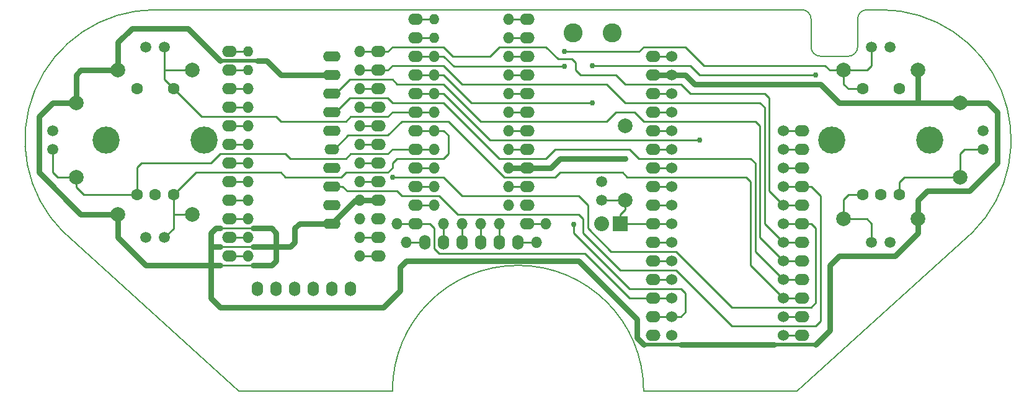
<source format=gtl>
G04 #@! TF.FileFunction,Copper,L1,Top,Signal*
%FSLAX46Y46*%
G04 Gerber Fmt 4.6, Leading zero omitted, Abs format (unit mm)*
G04 Created by KiCad (PCBNEW 4.0.1-3.201512221401+6198~38~ubuntu15.10.1-stable) date Mon Feb 15 20:14:59 2016*
%MOMM*%
G01*
G04 APERTURE LIST*
%ADD10C,0.101600*%
%ADD11C,0.152400*%
%ADD12O,2.032000X1.524000*%
%ADD13O,1.524000X2.032000*%
%ADD14O,1.524000X1.524000*%
%ADD15O,1.397000X1.397000*%
%ADD16C,1.501140*%
%ADD17C,1.998980*%
%ADD18R,2.032000X2.032000*%
%ADD19O,2.032000X2.032000*%
%ADD20O,2.413000X1.397000*%
%ADD21O,2.032000X1.397000*%
%ADD22C,1.524000*%
%ADD23C,1.600000*%
%ADD24C,3.700000*%
%ADD25C,2.600000*%
%ADD26C,0.762000*%
%ADD27C,0.254000*%
%ADD28C,0.762000*%
%ADD29C,0.508000*%
G04 APERTURE END LIST*
D10*
D11*
X139700000Y-22860000D02*
X141605000Y-22860000D01*
X139700000Y-22860000D02*
G75*
G03X138430000Y-24130000I0J-1270000D01*
G01*
X132080000Y-24130000D02*
G75*
G03X130810000Y-22860000I-1270000J0D01*
G01*
X137160000Y-29210000D02*
G75*
G03X138430000Y-27940000I0J1270000D01*
G01*
X132080000Y-27940000D02*
G75*
G03X133350000Y-29210000I1270000J0D01*
G01*
X133350000Y-29210000D02*
X137160000Y-29210000D01*
X138430000Y-27940000D02*
X138430000Y-24130000D01*
X132080000Y-24130000D02*
X132080000Y-27940000D01*
X109220000Y-74930000D02*
X130175000Y-74930000D01*
X74930000Y-74930000D02*
X53975000Y-74930000D01*
X109220000Y-74930000D02*
G75*
G03X92075000Y-57785000I-17145000J0D01*
G01*
X92075000Y-57785000D02*
G75*
G03X74930000Y-74930000I0J-17145000D01*
G01*
X53975000Y-74930000D02*
X29972000Y-53213000D01*
X29972641Y-53212359D02*
G75*
G02X42545000Y-22860000I12572359J12572359D01*
G01*
X42545000Y-22860000D02*
X130810000Y-22860000D01*
X130175000Y-74930000D02*
X154178000Y-53213000D01*
X154177359Y-53212359D02*
G75*
G03X141605000Y-22860000I-12572359J12572359D01*
G01*
D12*
X93345000Y-24130000D03*
X93345000Y-26670000D03*
X93345000Y-29210000D03*
X93345000Y-31750000D03*
X93345000Y-34290000D03*
X93345000Y-36830000D03*
X93345000Y-39370000D03*
X93345000Y-41910000D03*
X93345000Y-44450000D03*
X93345000Y-46990000D03*
X93345000Y-49530000D03*
X93345000Y-52070000D03*
D13*
X92075000Y-54610000D03*
X89535000Y-54610000D03*
X86995000Y-54610000D03*
X84455000Y-54610000D03*
X81915000Y-54610000D03*
X79375000Y-54610000D03*
D12*
X78105000Y-52069999D03*
X78105000Y-49530000D03*
X78105000Y-46990000D03*
X78105000Y-44450000D03*
X78105000Y-41910000D03*
X78105000Y-39370000D03*
X78105000Y-36830000D03*
X78105000Y-34290000D03*
X78105000Y-31750000D03*
X78105000Y-29210000D03*
X78105000Y-26670000D03*
X78105000Y-24130000D03*
D14*
X90805000Y-24130000D03*
X90805000Y-26670000D03*
X90805000Y-29210000D03*
X90805000Y-31750000D03*
X90805000Y-34290000D03*
X90805000Y-36830000D03*
X90805000Y-39370000D03*
X90805000Y-41910000D03*
X90805000Y-44450000D03*
X90805000Y-46990000D03*
X90805000Y-49530000D03*
X95885000Y-52070000D03*
X94615000Y-54610000D03*
X89535000Y-52070000D03*
X86995000Y-52070000D03*
X84455000Y-52070000D03*
X81915000Y-52070000D03*
X76835000Y-54610000D03*
X75565000Y-52070000D03*
X80645000Y-49530000D03*
X80645000Y-46990000D03*
X80645000Y-44450000D03*
X80645000Y-41910000D03*
X80645000Y-39370000D03*
X80645000Y-36830000D03*
X80645000Y-34290000D03*
X80645000Y-31750000D03*
X80645000Y-29210000D03*
D15*
X80645000Y-26670000D03*
X80645000Y-24130000D03*
D16*
X140335000Y-54610000D03*
X142875000Y-54610000D03*
X155575000Y-41910000D03*
X155575000Y-39370000D03*
X140335000Y-27940000D03*
X142875000Y-27940000D03*
X103505000Y-48895000D03*
X103505000Y-46355000D03*
X28575000Y-41910000D03*
X28575000Y-39370000D03*
X43815000Y-53975000D03*
X41275000Y-53975000D03*
X43815000Y-27940000D03*
X41275000Y-27940000D03*
D17*
X146685000Y-51435000D03*
X136525000Y-51435000D03*
X152400000Y-35560000D03*
X152400000Y-45720000D03*
X146685000Y-31115000D03*
X136525000Y-31115000D03*
X106680000Y-38735000D03*
X106680000Y-48895000D03*
X31750000Y-35560000D03*
X31750000Y-45720000D03*
X37465000Y-50800000D03*
X47625000Y-50800000D03*
X37465000Y-31115000D03*
X47625000Y-31115000D03*
D18*
X106045000Y-52070000D03*
D19*
X103505000Y-52070000D03*
D12*
X73025000Y-28575000D03*
X73025000Y-31115000D03*
X73025000Y-33655000D03*
X73025000Y-36195000D03*
X73025000Y-38735000D03*
X73025000Y-41275000D03*
X73025000Y-43815000D03*
X73025000Y-46355000D03*
X73025000Y-48895000D03*
X73025000Y-51435000D03*
X73025000Y-53975000D03*
X73025000Y-56515000D03*
D13*
X69215000Y-60960000D03*
X66675000Y-60960000D03*
X64135000Y-60960000D03*
X61595000Y-60960000D03*
X59055000Y-60960000D03*
X56515000Y-60960000D03*
D12*
X52705000Y-56515000D03*
X52705000Y-53975000D03*
X52705000Y-51435000D03*
X52705000Y-48895000D03*
X52705000Y-46355000D03*
X52705000Y-43815000D03*
X52705000Y-41275000D03*
X52705000Y-38735000D03*
X52705000Y-36195000D03*
X52705000Y-33655000D03*
X52705000Y-31115000D03*
X52705000Y-28575000D03*
D14*
X70485000Y-28575000D03*
X70485000Y-31115000D03*
X70485000Y-33655000D03*
X70485000Y-36195000D03*
X70485000Y-38735000D03*
X70485000Y-41275000D03*
X70485000Y-43815000D03*
X70485000Y-46355000D03*
X70485000Y-48895000D03*
X70485000Y-51435000D03*
X70485000Y-53975000D03*
X70485000Y-56515000D03*
X55245000Y-56515000D03*
X55245000Y-53975000D03*
X55245000Y-51435000D03*
X55245000Y-48895000D03*
X55245000Y-46355000D03*
X55245000Y-43815000D03*
X55245000Y-41275000D03*
X55245000Y-38735000D03*
X55245000Y-36195000D03*
X55245000Y-33655000D03*
D15*
X55245000Y-31115000D03*
X55245000Y-28575000D03*
D20*
X66675000Y-29210000D03*
X66675000Y-31750000D03*
X66675000Y-34290000D03*
X66675000Y-36830000D03*
X66675000Y-39370000D03*
D21*
X66675000Y-41910000D03*
D20*
X66675000Y-44450000D03*
X66675000Y-46990000D03*
X66675000Y-49530000D03*
X66675000Y-52070000D03*
D12*
X130810000Y-67310000D03*
X130810000Y-64770000D03*
X130810000Y-62230000D03*
X130810000Y-59690000D03*
X130810000Y-57150000D03*
X130810000Y-54610000D03*
X130810000Y-52070000D03*
X130810000Y-49530000D03*
X130810000Y-46990000D03*
X130810000Y-44450000D03*
X130810000Y-41910000D03*
X130810000Y-39370000D03*
X110490000Y-29210000D03*
X110490000Y-31750000D03*
X110490000Y-34290000D03*
X110490000Y-36830000D03*
X110490000Y-39370000D03*
X110490000Y-41910000D03*
X110490000Y-44450000D03*
X110490000Y-46990000D03*
X110490000Y-49530000D03*
X110490000Y-52070000D03*
X110490000Y-54610000D03*
X110490000Y-57150000D03*
X110490000Y-59690000D03*
X110490000Y-62230000D03*
X110490000Y-64770000D03*
X110490000Y-67310000D03*
D22*
X128270000Y-67310000D03*
X128270000Y-64770000D03*
X128270000Y-62230000D03*
X128270000Y-59690000D03*
X128270000Y-57150000D03*
X128270000Y-54610000D03*
X128270000Y-52070000D03*
X128270000Y-49530000D03*
X128270000Y-46990000D03*
X128270000Y-44450000D03*
X128270000Y-41910000D03*
X128270000Y-39370000D03*
X113030000Y-29210000D03*
X113030000Y-31750000D03*
X113030000Y-34290000D03*
X113030000Y-36830000D03*
X113030000Y-39370000D03*
X113030000Y-41910000D03*
X113030000Y-44450000D03*
X113030000Y-46990000D03*
X113030000Y-49530000D03*
X113030000Y-52070000D03*
X113030000Y-54610000D03*
X113030000Y-57150000D03*
X113030000Y-59690000D03*
X113030000Y-62230000D03*
X113030000Y-64770000D03*
X113030000Y-67310000D03*
D23*
X42545000Y-48140000D03*
X40045000Y-48140000D03*
X45045000Y-48140000D03*
X40045000Y-33640000D03*
X45045000Y-33640000D03*
D24*
X49245000Y-40640000D03*
X35845000Y-40640000D03*
D23*
X141605000Y-48140000D03*
X139105000Y-48140000D03*
X144105000Y-48140000D03*
X139105000Y-33640000D03*
X144105000Y-33640000D03*
D24*
X148305000Y-40640000D03*
X134905000Y-40640000D03*
D25*
X99585000Y-26035000D03*
X104885000Y-26035000D03*
D26*
X74930000Y-45720000D03*
X99695000Y-52197000D03*
X98425000Y-28575006D03*
X98406801Y-30607021D03*
X102235000Y-30480000D03*
X102234996Y-35560000D03*
X132715000Y-31750000D03*
X116840006Y-40640000D03*
X106680000Y-43180000D03*
D27*
X128270000Y-49530000D02*
X126365000Y-47625000D01*
X99966780Y-31115000D02*
X99966780Y-30116780D01*
X106680000Y-33020000D02*
X105410000Y-31750000D01*
X125730000Y-34290000D02*
X115570000Y-34290000D01*
X105410000Y-31750000D02*
X100601780Y-31750000D01*
X126365000Y-47625000D02*
X126365000Y-34925000D01*
X74295000Y-28575000D02*
X73025000Y-28575000D01*
X88265000Y-29210000D02*
X83185000Y-29210000D01*
X89535000Y-27940000D02*
X88265000Y-29210000D01*
X100601780Y-31750000D02*
X99966780Y-31115000D01*
X126365000Y-34925000D02*
X125730000Y-34290000D01*
X114300000Y-33020000D02*
X106680000Y-33020000D01*
X115570000Y-34290000D02*
X114300000Y-33020000D01*
X99966780Y-30116780D02*
X99441000Y-29591000D01*
X99441000Y-29591000D02*
X97536000Y-29591000D01*
X83185000Y-29210000D02*
X81915000Y-27940000D01*
X95885000Y-27940000D02*
X89535000Y-27940000D01*
X97536000Y-29591000D02*
X95885000Y-27940000D01*
X81915000Y-27940000D02*
X74930000Y-27940000D01*
X74930000Y-27940000D02*
X74295000Y-28575000D01*
X73025000Y-28575000D02*
X70485000Y-28575000D01*
X130810000Y-49530000D02*
X128270000Y-49530000D01*
X73025000Y-31115000D02*
X74295000Y-31115000D01*
X74295000Y-31115000D02*
X74930000Y-30480000D01*
X74930000Y-30480000D02*
X81915000Y-30480000D01*
X81915000Y-30480000D02*
X84455000Y-33020000D01*
X84455000Y-33020000D02*
X104140000Y-33020000D01*
X104140000Y-33020000D02*
X106680000Y-35560000D01*
X106680000Y-35560000D02*
X125095000Y-35560000D01*
X125095000Y-35560000D02*
X125730000Y-36195000D01*
X125730000Y-36195000D02*
X125730000Y-52070000D01*
X125730000Y-52070000D02*
X127508001Y-53848001D01*
X127508001Y-53848001D02*
X128270000Y-54610000D01*
X70485000Y-31115000D02*
X73025000Y-31115000D01*
X128270000Y-54610000D02*
X130810000Y-54610000D01*
X128270000Y-57150000D02*
X125095000Y-53975000D01*
X125095000Y-53975000D02*
X125095000Y-38735000D01*
X107950000Y-36830000D02*
X105410000Y-36830000D01*
X105410000Y-36830000D02*
X104140000Y-38100000D01*
X104140000Y-38100000D02*
X86995000Y-38100000D01*
X125095000Y-38735000D02*
X124460000Y-38100000D01*
X124460000Y-38100000D02*
X109220000Y-38100000D01*
X109220000Y-38100000D02*
X107950000Y-36830000D01*
X86995000Y-38100000D02*
X81915000Y-33020000D01*
X81915000Y-33020000D02*
X75565000Y-33020000D01*
X75565000Y-33020000D02*
X74930000Y-32385000D01*
X74930000Y-32385000D02*
X69088000Y-32385000D01*
X69088000Y-32385000D02*
X67183000Y-34290000D01*
X67183000Y-34290000D02*
X66675000Y-34290000D01*
X130810000Y-57150000D02*
X128270000Y-57150000D01*
X66675000Y-36830000D02*
X67183000Y-36830000D01*
X67183000Y-36830000D02*
X69088000Y-34925000D01*
X69088000Y-34925000D02*
X74295000Y-34925000D01*
X74295000Y-34925000D02*
X74930000Y-35560000D01*
X107315000Y-41910000D02*
X108585000Y-43180000D01*
X108585000Y-43180000D02*
X123825000Y-43180000D01*
X123825000Y-43180000D02*
X124460000Y-43815000D01*
X74930000Y-35560000D02*
X81915000Y-35560000D01*
X81915000Y-35560000D02*
X89535000Y-43180000D01*
X89535000Y-43180000D02*
X95885000Y-43180000D01*
X95885000Y-43180000D02*
X97155000Y-41910000D01*
X97155000Y-41910000D02*
X107315000Y-41910000D01*
X124460000Y-43815000D02*
X124460000Y-55880000D01*
X124460000Y-55880000D02*
X127508001Y-58928001D01*
X127508001Y-58928001D02*
X128270000Y-59690000D01*
X128270000Y-59690000D02*
X130810000Y-59690000D01*
X66675000Y-41910000D02*
X66992500Y-41910000D01*
X66992500Y-41910000D02*
X68897500Y-40005000D01*
X106962158Y-45720000D02*
X123190000Y-45720000D01*
X123190000Y-45720000D02*
X123825000Y-46355000D01*
X68897500Y-40005000D02*
X74295000Y-40005000D01*
X74295000Y-40005000D02*
X76200000Y-38100000D01*
X82550000Y-38100000D02*
X90170000Y-45720000D01*
X90170000Y-45720000D02*
X97155000Y-45720000D01*
X76200000Y-38100000D02*
X82550000Y-38100000D01*
X97155000Y-45720000D02*
X97790000Y-45085000D01*
X123825000Y-46355000D02*
X123825000Y-57785000D01*
X97790000Y-45085000D02*
X106327158Y-45085000D01*
X106327158Y-45085000D02*
X106962158Y-45720000D01*
X123825000Y-57785000D02*
X128270000Y-62230000D01*
X130810000Y-62230000D02*
X128270000Y-62230000D01*
X74930000Y-45720000D02*
X81915000Y-45720000D01*
X100330000Y-48260000D02*
X101600000Y-49530000D01*
X81915000Y-45720000D02*
X84455000Y-48260000D01*
X84455000Y-48260000D02*
X100330000Y-48260000D01*
X101600000Y-49530000D02*
X101600000Y-52705000D01*
X101600000Y-52705000D02*
X104775000Y-55880000D01*
X104775000Y-55880000D02*
X113665000Y-55880000D01*
X113665000Y-55880000D02*
X121285000Y-63500000D01*
X121285000Y-63500000D02*
X132080000Y-63500000D01*
X132080000Y-63500000D02*
X132715000Y-62865000D01*
X132715000Y-62865000D02*
X132715000Y-52705000D01*
X132715000Y-52705000D02*
X132080000Y-52070000D01*
X132080000Y-52070000D02*
X130810000Y-52070000D01*
X128270000Y-52070000D02*
X130810000Y-52070000D01*
X132080000Y-46990000D02*
X130810000Y-46990000D01*
X133350000Y-48260000D02*
X132080000Y-46990000D01*
X133350000Y-65405000D02*
X132715000Y-66040000D01*
X133350000Y-65405000D02*
X133350000Y-48260000D01*
X68770500Y-47625000D02*
X68135500Y-46990000D01*
X75565000Y-47625000D02*
X68770500Y-47625000D01*
X100965000Y-51435000D02*
X100330000Y-50800000D01*
X100965000Y-53340000D02*
X100965000Y-51435000D01*
X76200000Y-48260000D02*
X75565000Y-47625000D01*
X121285000Y-66040000D02*
X113665000Y-58420000D01*
X132715000Y-66040000D02*
X121285000Y-66040000D01*
X106045000Y-58420000D02*
X100965000Y-53340000D01*
X100330000Y-50800000D02*
X83820000Y-50800000D01*
X68135500Y-46990000D02*
X66675000Y-46990000D01*
X113665000Y-58420000D02*
X106045000Y-58420000D01*
X83820000Y-50800000D02*
X81280000Y-48260000D01*
X81280000Y-48260000D02*
X76200000Y-48260000D01*
X128270000Y-46990000D02*
X130810000Y-46990000D01*
X110490000Y-62230000D02*
X107315000Y-62230000D01*
X107315000Y-62230000D02*
X101219000Y-56134000D01*
X101219000Y-56134000D02*
X81280000Y-56134000D01*
X80645000Y-55499000D02*
X80645000Y-52705000D01*
X80645000Y-52705000D02*
X80010000Y-52070000D01*
X80010000Y-52070000D02*
X78105001Y-52070000D01*
X81280000Y-56134000D02*
X80645000Y-55499000D01*
X78105001Y-52070000D02*
X78105000Y-52069999D01*
X75565000Y-52070000D02*
X78104999Y-52070000D01*
X78104999Y-52070000D02*
X78105000Y-52069999D01*
X110490000Y-62230000D02*
X113030000Y-62230000D01*
X113030000Y-64770000D02*
X114300000Y-64770000D01*
X114300000Y-64770000D02*
X114935000Y-64135000D01*
X114935000Y-64135000D02*
X114935000Y-61595000D01*
X107315000Y-60960000D02*
X99695000Y-53340000D01*
X99695000Y-53340000D02*
X99695000Y-52197000D01*
X114935000Y-61595000D02*
X114300000Y-60960000D01*
X114300000Y-60960000D02*
X107315000Y-60960000D01*
X78105000Y-49530000D02*
X80645000Y-49530000D01*
X113030000Y-64770000D02*
X113665000Y-64770000D01*
X113030000Y-64770000D02*
X110490000Y-64770000D01*
X59690000Y-38100000D02*
X59055000Y-37465000D01*
X59055000Y-37465000D02*
X48870000Y-37465000D01*
X48870000Y-37465000D02*
X45045000Y-33640000D01*
X78105000Y-36830000D02*
X74930000Y-36830000D01*
X74930000Y-36830000D02*
X74295000Y-37465000D01*
X74295000Y-37465000D02*
X69215000Y-37465000D01*
X69215000Y-37465000D02*
X68580000Y-38100000D01*
X68580000Y-38100000D02*
X59690000Y-38100000D01*
X43815000Y-27940000D02*
X43815000Y-31115000D01*
X43815000Y-31115000D02*
X43815000Y-32410000D01*
X47625000Y-31115000D02*
X43815000Y-31115000D01*
X43815000Y-32410000D02*
X45045000Y-33640000D01*
X80645000Y-36830000D02*
X78105000Y-36830000D01*
X59690000Y-45085000D02*
X48100000Y-45085000D01*
X48100000Y-45085000D02*
X45045000Y-48140000D01*
X80645000Y-39370000D02*
X81915000Y-39370000D01*
X74930000Y-43815000D02*
X74930000Y-44450000D01*
X81915000Y-39370000D02*
X82550000Y-40005000D01*
X82550000Y-40005000D02*
X82550000Y-42545000D01*
X67945000Y-45720000D02*
X60325000Y-45720000D01*
X82550000Y-42545000D02*
X81915000Y-43180000D01*
X60325000Y-45720000D02*
X59690000Y-45085000D01*
X81915000Y-43180000D02*
X75565000Y-43180000D01*
X75565000Y-43180000D02*
X74930000Y-43815000D01*
X74930000Y-44450000D02*
X74295000Y-45085000D01*
X74295000Y-45085000D02*
X68580000Y-45085000D01*
X68580000Y-45085000D02*
X67945000Y-45720000D01*
X45045000Y-48140000D02*
X45045000Y-50800000D01*
X45045000Y-50800000D02*
X45045000Y-52745000D01*
X47625000Y-50800000D02*
X45045000Y-50800000D01*
X45045000Y-52745000D02*
X43815000Y-53975000D01*
X80645000Y-39370000D02*
X78105000Y-39370000D01*
X78105000Y-41910000D02*
X74930000Y-41910000D01*
X74930000Y-41910000D02*
X74295000Y-42545000D01*
X68580000Y-43180000D02*
X60960000Y-43180000D01*
X60960000Y-43180000D02*
X60325000Y-42545000D01*
X40640000Y-43815000D02*
X40045000Y-44410000D01*
X74295000Y-42545000D02*
X69215000Y-42545000D01*
X60325000Y-42545000D02*
X51435000Y-42545000D01*
X40045000Y-44410000D02*
X40045000Y-48140000D01*
X69215000Y-42545000D02*
X68580000Y-43180000D01*
X51435000Y-42545000D02*
X50165000Y-43815000D01*
X50165000Y-43815000D02*
X40640000Y-43815000D01*
X80645000Y-41910000D02*
X78105000Y-41910000D01*
X31750000Y-45720000D02*
X31750000Y-47133492D01*
X31750000Y-47133492D02*
X32756508Y-48140000D01*
X32756508Y-48140000D02*
X40045000Y-48140000D01*
X28575000Y-41910000D02*
X28575000Y-45085000D01*
X28575000Y-45085000D02*
X29210000Y-45720000D01*
X29210000Y-45720000D02*
X31750000Y-45720000D01*
X106045000Y-52070000D02*
X110490000Y-52070000D01*
X106680000Y-50165000D02*
X106045000Y-50800000D01*
X106045000Y-50800000D02*
X106045000Y-52070000D01*
X106680000Y-48895000D02*
X106680000Y-50165000D01*
X103505000Y-48895000D02*
X106680000Y-48895000D01*
X113030000Y-52070000D02*
X110490000Y-52070000D01*
X114935006Y-27940006D02*
X109220000Y-27940006D01*
X98425000Y-28575006D02*
X108585000Y-28575006D01*
X108585000Y-28575006D02*
X109220000Y-27940006D01*
X83312021Y-30607021D02*
X97867986Y-30607021D01*
X97867986Y-30607021D02*
X98406801Y-30607021D01*
X117475000Y-30480000D02*
X114935006Y-27940006D01*
X133985000Y-30480000D02*
X117475000Y-30480000D01*
X136525000Y-31115000D02*
X134620000Y-31115000D01*
X134620000Y-31115000D02*
X133985000Y-30480000D01*
X80645000Y-29210000D02*
X81915000Y-29210000D01*
X81915000Y-29210000D02*
X83312021Y-30607021D01*
X80645000Y-29210000D02*
X78105000Y-29210000D01*
X139700000Y-31115000D02*
X136525000Y-31115000D01*
X140335000Y-30480000D02*
X139700000Y-31115000D01*
X140335000Y-27940000D02*
X140335000Y-30480000D01*
X136525000Y-31115000D02*
X136525000Y-33020000D01*
X137145000Y-33640000D02*
X139105000Y-33640000D01*
X136525000Y-33020000D02*
X137145000Y-33640000D01*
X144780000Y-45720000D02*
X144105000Y-46395000D01*
X144105000Y-46395000D02*
X144105000Y-48140000D01*
X152400000Y-45720000D02*
X144780000Y-45720000D01*
X132715000Y-31750000D02*
X116840000Y-31750000D01*
X116840000Y-31750000D02*
X115570000Y-30480000D01*
X102773815Y-30480000D02*
X102235000Y-30480000D01*
X115570000Y-30480000D02*
X102773815Y-30480000D01*
X102234996Y-35560000D02*
X85725000Y-35560000D01*
X85725000Y-35560000D02*
X81915000Y-31750000D01*
X81915000Y-31750000D02*
X80645000Y-31750000D01*
X80645000Y-31750000D02*
X78105000Y-31750000D01*
X155575000Y-41910000D02*
X153035000Y-41910000D01*
X152400000Y-42545000D02*
X152400000Y-45720000D01*
X153035000Y-41910000D02*
X152400000Y-42545000D01*
X88265000Y-40640000D02*
X114935000Y-40640000D01*
X114935000Y-40640000D02*
X116840006Y-40640000D01*
X81915000Y-34290000D02*
X88265000Y-40640000D01*
X80645000Y-34290000D02*
X81915000Y-34290000D01*
X139700000Y-51435000D02*
X140335000Y-52070000D01*
X140335000Y-52070000D02*
X140335000Y-54610000D01*
X136525000Y-51435000D02*
X139700000Y-51435000D01*
X80645000Y-34290000D02*
X78105000Y-34290000D01*
X139105000Y-48140000D02*
X137160000Y-48140000D01*
X136525000Y-48775000D02*
X137160000Y-48140000D01*
X136525000Y-51435000D02*
X136525000Y-48775000D01*
D28*
X59055000Y-55245000D02*
X59055000Y-57150000D01*
X59055000Y-57150000D02*
X58420000Y-57785000D01*
X58420000Y-57785000D02*
X56515000Y-57785000D01*
X56515000Y-57785000D02*
X55880000Y-57785000D01*
X59055000Y-55245000D02*
X59055000Y-53340000D01*
X59055000Y-53340000D02*
X58420000Y-52705000D01*
X58420000Y-52705000D02*
X55880000Y-52705000D01*
X66675000Y-52070000D02*
X62230000Y-52070000D01*
X61595000Y-54610000D02*
X61595000Y-52705000D01*
X61595000Y-52705000D02*
X62230000Y-52070000D01*
X60960000Y-55245000D02*
X61595000Y-54610000D01*
X59055000Y-55245000D02*
X60960000Y-55245000D01*
X55880000Y-55245000D02*
X59055000Y-55245000D01*
D27*
X55572662Y-55245000D02*
X55880000Y-55245000D01*
X51435000Y-55245000D02*
X55572662Y-55245000D01*
D28*
X50165000Y-55245000D02*
X50165000Y-53340000D01*
X50165000Y-57785000D02*
X50165000Y-55245000D01*
X50165000Y-55245000D02*
X51435000Y-55245000D01*
D27*
X51435000Y-52705000D02*
X55880000Y-52705000D01*
D28*
X50800000Y-52705000D02*
X51435000Y-52705000D01*
X50165000Y-53340000D02*
X50800000Y-52705000D01*
X146685000Y-35560000D02*
X135890000Y-35560000D01*
X135890000Y-35560000D02*
X133350000Y-33020000D01*
X133350000Y-33020000D02*
X116205000Y-33020000D01*
X114935000Y-31750000D02*
X113030000Y-31750000D01*
X116205000Y-33020000D02*
X114935000Y-31750000D01*
D27*
X55880000Y-57785000D02*
X51435000Y-57785000D01*
D28*
X50800000Y-57785000D02*
X51435000Y-57785000D01*
X50800000Y-57785000D02*
X50165000Y-57785000D01*
X50165000Y-57785000D02*
X41275000Y-57785000D01*
X50165000Y-59309000D02*
X50165000Y-57785000D01*
X41275000Y-57785000D02*
X37465000Y-53975000D01*
D29*
X114300000Y-68643501D02*
X114236498Y-68579999D01*
X114236498Y-68579999D02*
X109347003Y-68579999D01*
X109347003Y-68579999D02*
X109283501Y-68643501D01*
X132715000Y-68580000D02*
X132714999Y-68579999D01*
X132714999Y-68579999D02*
X127063502Y-68579999D01*
X127063502Y-68579999D02*
X127000000Y-68643501D01*
D28*
X134620000Y-66675000D02*
X132715000Y-68580000D01*
D27*
X134620000Y-66675000D02*
X134620000Y-66738501D01*
D28*
X134620000Y-65405000D02*
X134620000Y-66675000D01*
X114300000Y-68643501D02*
X127000000Y-68643501D01*
D27*
X134620000Y-66738501D02*
X132715000Y-68643501D01*
X132715000Y-68643501D02*
X127000000Y-68643501D01*
D28*
X134620000Y-65405000D02*
X134620000Y-57785000D01*
X50165000Y-62230000D02*
X50165000Y-59309000D01*
X51435000Y-63500000D02*
X50165000Y-62230000D01*
X73660000Y-63500000D02*
X51435000Y-63500000D01*
X75946000Y-61214000D02*
X73660000Y-63500000D01*
X75946000Y-58039000D02*
X75946000Y-61214000D01*
X143510000Y-56515000D02*
X146685000Y-53340000D01*
X75946000Y-58039000D02*
X76835000Y-57150000D01*
X76835000Y-57150000D02*
X100330000Y-57150000D01*
X100330000Y-57150000D02*
X108331000Y-65151000D01*
X134620000Y-57785000D02*
X135890000Y-56515000D01*
X108331000Y-65151000D02*
X108331000Y-67691000D01*
X108331000Y-67691000D02*
X109283501Y-68643501D01*
X135890000Y-56515000D02*
X143510000Y-56515000D01*
X146685000Y-53340000D02*
X146685000Y-51435000D01*
X157480000Y-43815000D02*
X153670000Y-47625000D01*
X146685000Y-48895000D02*
X147955000Y-47625000D01*
X147955000Y-47625000D02*
X153670000Y-47625000D01*
X146685000Y-51435000D02*
X146685000Y-48895000D01*
X152400000Y-35560000D02*
X146685000Y-35560000D01*
X146685000Y-31115000D02*
X146685000Y-35560000D01*
X152400000Y-35560000D02*
X156210000Y-35560000D01*
X156210000Y-35560000D02*
X157480000Y-36830000D01*
X157480000Y-36830000D02*
X157480000Y-43815000D01*
D29*
X66675000Y-31750000D02*
X67183000Y-31750000D01*
D28*
X44450000Y-25400000D02*
X39370000Y-25400000D01*
X46990000Y-25400000D02*
X44450000Y-25400000D01*
X44450000Y-25400000D02*
X46990000Y-25400000D01*
X46990000Y-25400000D02*
X51435000Y-29845000D01*
X56515000Y-29845000D02*
X57785000Y-29845000D01*
D29*
X51435000Y-29845000D02*
X56515000Y-29845000D01*
D28*
X67310000Y-31750000D02*
X66675000Y-31750000D01*
X93345000Y-44450000D02*
X90805000Y-44450000D01*
X37465000Y-53975000D02*
X37465000Y-50800000D01*
X70485000Y-48895000D02*
X69850000Y-48895000D01*
X69850000Y-48895000D02*
X66675000Y-52070000D01*
X73025000Y-48895000D02*
X70485000Y-48895000D01*
X96520000Y-44450000D02*
X97790000Y-43180000D01*
X97790000Y-43180000D02*
X106680000Y-43180000D01*
X93345000Y-44450000D02*
X96520000Y-44450000D01*
X66675000Y-31750000D02*
X59690000Y-31750000D01*
X59690000Y-31750000D02*
X57785000Y-29845000D01*
X37465000Y-27305000D02*
X37465000Y-31115000D01*
X39370000Y-25400000D02*
X37465000Y-27305000D01*
X26670000Y-45085000D02*
X32385000Y-50800000D01*
X32385000Y-50800000D02*
X37465000Y-50800000D01*
X26670000Y-37465000D02*
X26670000Y-45085000D01*
X28575000Y-35560000D02*
X26670000Y-37465000D01*
X31750000Y-35560000D02*
X28575000Y-35560000D01*
X31750000Y-31750000D02*
X32385000Y-31115000D01*
X32385000Y-31115000D02*
X37465000Y-31115000D01*
X31750000Y-35560000D02*
X31750000Y-31750000D01*
X113030000Y-31750000D02*
X110490000Y-31750000D01*
D27*
X73025000Y-33655000D02*
X70485000Y-33655000D01*
X70485000Y-36195000D02*
X73025000Y-36195000D01*
X73025000Y-38735000D02*
X70485000Y-38735000D01*
X70485000Y-41275000D02*
X73025000Y-41275000D01*
X73025000Y-43815000D02*
X70485000Y-43815000D01*
X70485000Y-46355000D02*
X73025000Y-46355000D01*
X70485000Y-53975000D02*
X73025000Y-53975000D01*
X70485000Y-56515000D02*
X73025000Y-56515000D01*
X52705000Y-56515000D02*
X55245000Y-56515000D01*
X52705000Y-53975000D02*
X55245000Y-53975000D01*
X52705000Y-51435000D02*
X55245000Y-51435000D01*
X52705000Y-48895000D02*
X55245000Y-48895000D01*
X52705000Y-46355000D02*
X55245000Y-46355000D01*
X52705000Y-43815000D02*
X55245000Y-43815000D01*
X52705000Y-41275000D02*
X55245000Y-41275000D01*
X55245000Y-38735000D02*
X52705000Y-38735000D01*
X52705000Y-36195000D02*
X55245000Y-36195000D01*
X55245000Y-33655000D02*
X52705000Y-33655000D01*
X52705000Y-31115000D02*
X55245000Y-31115000D01*
X55245000Y-28575000D02*
X52705000Y-28575000D01*
X130810000Y-67310000D02*
X128270000Y-67310000D01*
X128270000Y-64770000D02*
X130810000Y-64770000D01*
X130810000Y-44450000D02*
X128270000Y-44450000D01*
X130810000Y-39370000D02*
X128270000Y-39370000D01*
X110490000Y-29210000D02*
X113030000Y-29210000D01*
X110490000Y-34290000D02*
X113030000Y-34290000D01*
X113030000Y-36830000D02*
X110490000Y-36830000D01*
X110490000Y-39370000D02*
X113030000Y-39370000D01*
X113030000Y-41910000D02*
X110490000Y-41910000D01*
X110490000Y-44450000D02*
X113030000Y-44450000D01*
X113030000Y-46990000D02*
X110490000Y-46990000D01*
X110490000Y-49530000D02*
X113030000Y-49530000D01*
X110490000Y-54610000D02*
X113030000Y-54610000D01*
X110490000Y-57150000D02*
X113030000Y-57150000D01*
X113030000Y-59690000D02*
X110490000Y-59690000D01*
X90805000Y-24130000D02*
X93345000Y-24130000D01*
X93345000Y-26670000D02*
X90805000Y-26670000D01*
X90805000Y-29210000D02*
X93345000Y-29210000D01*
X93345000Y-31750000D02*
X90805000Y-31750000D01*
X90805000Y-34290000D02*
X93345000Y-34290000D01*
X90805000Y-36830000D02*
X93345000Y-36830000D01*
X93345000Y-39370000D02*
X90805000Y-39370000D01*
X90805000Y-41910000D02*
X93345000Y-41910000D01*
X93345000Y-46990000D02*
X90805000Y-46990000D01*
X95885000Y-52070000D02*
X93345000Y-52070000D01*
X92075000Y-54610000D02*
X94615000Y-54610000D01*
X89535000Y-52070000D02*
X89535000Y-54610000D01*
X86995000Y-52070000D02*
X86995000Y-54610000D01*
X84455000Y-54610000D02*
X84455000Y-52070000D01*
X81915000Y-52070000D02*
X81915000Y-54610000D01*
X79375000Y-54610000D02*
X76835000Y-54610000D01*
X80645000Y-46990000D02*
X78105000Y-46990000D01*
X80645000Y-44450000D02*
X78105000Y-44450000D01*
X78105000Y-26670000D02*
X80645000Y-26670000D01*
X78105000Y-24130000D02*
X80645000Y-24130000D01*
X128270000Y-41910000D02*
X130810000Y-41910000D01*
M02*

</source>
